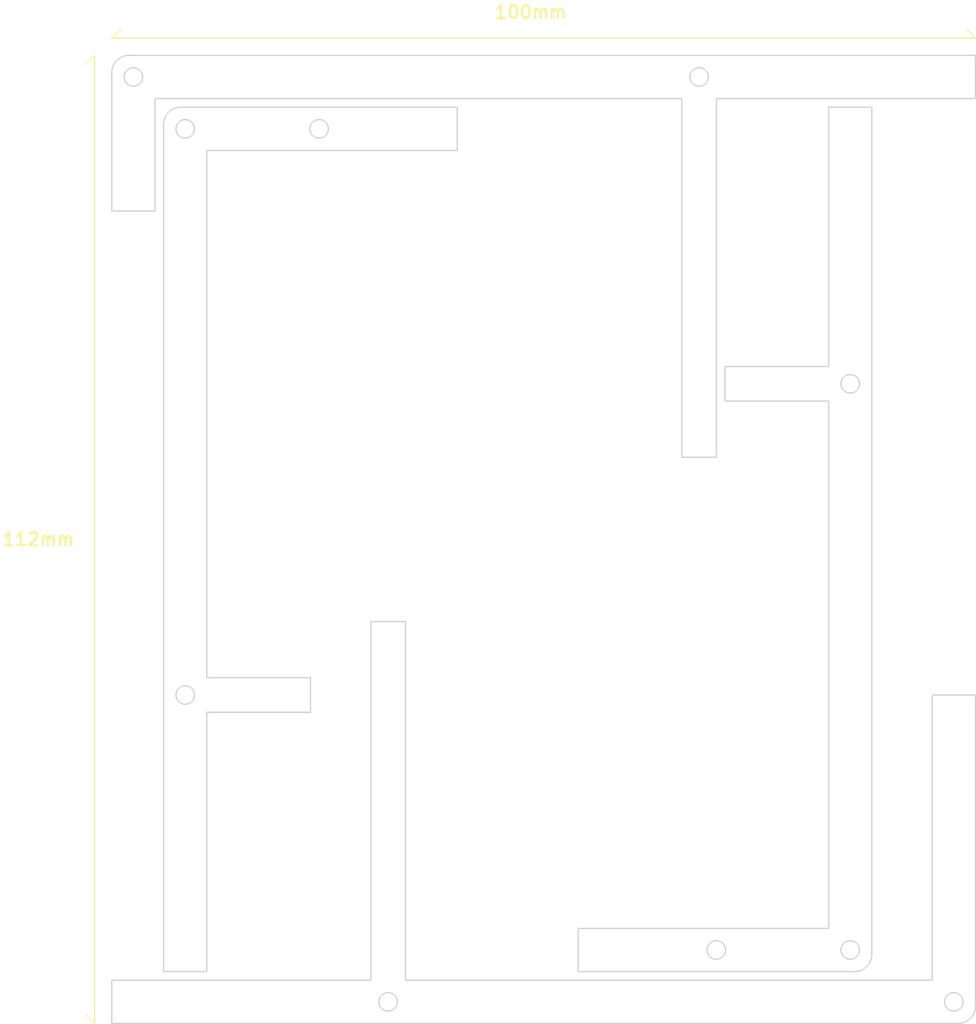
<source format=kicad_pcb>
(kicad_pcb (version 20171130) (host pcbnew "(5.0.2)-1")

  (general
    (thickness 1.6)
    (drawings 52)
    (tracks 0)
    (zones 0)
    (modules 10)
    (nets 1)
  )

  (page A4)
  (title_block
    (title "Ukiha Keyboard")
    (rev 2)
    (company @e3w2q)
  )

  (layers
    (0 F.Cu signal)
    (31 B.Cu signal)
    (32 B.Adhes user hide)
    (33 F.Adhes user)
    (34 B.Paste user)
    (35 F.Paste user)
    (36 B.SilkS user)
    (37 F.SilkS user)
    (38 B.Mask user hide)
    (39 F.Mask user hide)
    (40 Dwgs.User user hide)
    (41 Cmts.User user)
    (42 Eco1.User user)
    (43 Eco2.User user)
    (44 Edge.Cuts user)
    (45 Margin user)
    (46 B.CrtYd user hide)
    (47 F.CrtYd user)
    (48 B.Fab user)
    (49 F.Fab user)
  )

  (setup
    (last_trace_width 0.25)
    (trace_clearance 0.2)
    (zone_clearance 0.3)
    (zone_45_only no)
    (trace_min 0.2)
    (segment_width 0.15)
    (edge_width 0.15)
    (via_size 0.8)
    (via_drill 0.4)
    (via_min_size 0.6)
    (via_min_drill 0.3)
    (uvia_size 0.3)
    (uvia_drill 0.1)
    (uvias_allowed no)
    (uvia_min_size 0.2)
    (uvia_min_drill 0.1)
    (pcb_text_width 0.3)
    (pcb_text_size 1.5 1.5)
    (mod_edge_width 0.15)
    (mod_text_size 1 1)
    (mod_text_width 0.15)
    (pad_size 2 1.2)
    (pad_drill 1.2)
    (pad_to_mask_clearance 0.2)
    (solder_mask_min_width 0.25)
    (aux_axis_origin 27.102501 36.80625)
    (grid_origin 27.102501 36.80625)
    (visible_elements 7FFFFFEF)
    (pcbplotparams
      (layerselection 0x01020_7ffffffe)
      (usegerberextensions false)
      (usegerberattributes false)
      (usegerberadvancedattributes false)
      (creategerberjobfile false)
      (excludeedgelayer true)
      (linewidth 0.100000)
      (plotframeref false)
      (viasonmask false)
      (mode 1)
      (useauxorigin false)
      (hpglpennumber 1)
      (hpglpenspeed 20)
      (hpglpendiameter 15.000000)
      (psnegative false)
      (psa4output false)
      (plotreference true)
      (plotvalue true)
      (plotinvisibletext false)
      (padsonsilk false)
      (subtractmaskfromsilk true)
      (outputformat 4)
      (mirror false)
      (drillshape 0)
      (scaleselection 1)
      (outputdirectory "../ukiha-gerber/"))
  )

  (net 0 "")

  (net_class Default "This is the default net class."
    (clearance 0.2)
    (trace_width 0.25)
    (via_dia 0.8)
    (via_drill 0.4)
    (uvia_dia 0.3)
    (uvia_drill 0.1)
  )

  (net_class PWR ""
    (clearance 0.2)
    (trace_width 0.5)
    (via_dia 0.8)
    (via_drill 0.4)
    (uvia_dia 0.6)
    (uvia_drill 0.2)
  )

  (net_class VCC ""
    (clearance 0.2)
    (trace_width 0.5)
    (via_dia 0.8)
    (via_drill 0.4)
    (uvia_dia 0.3)
    (uvia_drill 0.1)
  )

  (module "#footprint:M2_Hole_Edge.Cuts" (layer F.Cu) (tedit 5E64FB56) (tstamp 5F93FECD)
    (at 124.602501 146.30625 180)
    (descr "Resitance 3 pas")
    (tags R)
    (autoplace_cost180 10)
    (fp_text reference "" (at 0 1.651 180) (layer F.Fab) hide
      (effects (font (size 0.8128 0.8128) (thickness 0.15)))
    )
    (fp_text value "" (at 0 -1.4605 180) (layer F.Fab) hide
      (effects (font (size 0.5 0.5) (thickness 0.125)))
    )
    (fp_circle (center 0 0) (end 1.07 0) (layer Edge.Cuts) (width 0.15))
  )

  (module "#footprint:M2_Hole_Edge.Cuts" (layer F.Cu) (tedit 5E64FB56) (tstamp 5F93FEC5)
    (at 59.102501 146.30625 180)
    (descr "Resitance 3 pas")
    (tags R)
    (autoplace_cost180 10)
    (fp_text reference "" (at 0 1.651 180) (layer F.Fab) hide
      (effects (font (size 0.8128 0.8128) (thickness 0.15)))
    )
    (fp_text value "" (at 0 -1.4605 180) (layer F.Fab) hide
      (effects (font (size 0.5 0.5) (thickness 0.125)))
    )
    (fp_circle (center 0 0) (end 1.07 0) (layer Edge.Cuts) (width 0.15))
  )

  (module "#footprint:M2_Hole_Edge.Cuts" (layer F.Cu) (tedit 5E64FB56) (tstamp 5F93FE0A)
    (at 112.602501 140.30625 90)
    (descr "Resitance 3 pas")
    (tags R)
    (autoplace_cost180 10)
    (fp_text reference "" (at 0 1.651 90) (layer F.Fab) hide
      (effects (font (size 0.8128 0.8128) (thickness 0.15)))
    )
    (fp_text value "" (at 0 -1.4605 90) (layer F.Fab) hide
      (effects (font (size 0.5 0.5) (thickness 0.125)))
    )
    (fp_circle (center 0 0) (end 1.07 0) (layer Edge.Cuts) (width 0.15))
  )

  (module "#footprint:M2_Hole_Edge.Cuts" (layer F.Cu) (tedit 5E64FB56) (tstamp 5F93FE06)
    (at 97.102501 140.30625 90)
    (descr "Resitance 3 pas")
    (tags R)
    (autoplace_cost180 10)
    (fp_text reference "" (at 0 1.651 90) (layer F.Fab) hide
      (effects (font (size 0.8128 0.8128) (thickness 0.15)))
    )
    (fp_text value "" (at 0 -1.4605 90) (layer F.Fab) hide
      (effects (font (size 0.5 0.5) (thickness 0.125)))
    )
    (fp_circle (center 0 0) (end 1.07 0) (layer Edge.Cuts) (width 0.15))
  )

  (module "#footprint:M2_Hole_Edge.Cuts" (layer F.Cu) (tedit 5E64FB56) (tstamp 5F93FDFE)
    (at 112.602501 74.80625 90)
    (descr "Resitance 3 pas")
    (tags R)
    (autoplace_cost180 10)
    (fp_text reference "" (at 0 1.651 90) (layer F.Fab) hide
      (effects (font (size 0.8128 0.8128) (thickness 0.15)))
    )
    (fp_text value "" (at 0 -1.4605 90) (layer F.Fab) hide
      (effects (font (size 0.5 0.5) (thickness 0.125)))
    )
    (fp_circle (center 0 0) (end 1.07 0) (layer Edge.Cuts) (width 0.15))
  )

  (module "#footprint:M2_Hole_Edge.Cuts" (layer F.Cu) (tedit 5E64FB56) (tstamp 5F8737BE)
    (at 29.602501 39.30625)
    (descr "Resitance 3 pas")
    (tags R)
    (autoplace_cost180 10)
    (fp_text reference "" (at 0 1.651) (layer F.Fab) hide
      (effects (font (size 0.8128 0.8128) (thickness 0.15)))
    )
    (fp_text value "" (at 0 -1.4605) (layer F.Fab) hide
      (effects (font (size 0.5 0.5) (thickness 0.125)))
    )
    (fp_circle (center 0 0) (end 1.07 0) (layer Edge.Cuts) (width 0.15))
  )

  (module "#footprint:M2_Hole_Edge.Cuts" (layer F.Cu) (tedit 5E64FB56) (tstamp 5F8737BA)
    (at 95.102501 39.30625)
    (descr "Resitance 3 pas")
    (tags R)
    (autoplace_cost180 10)
    (fp_text reference "" (at 0 1.651) (layer F.Fab) hide
      (effects (font (size 0.8128 0.8128) (thickness 0.15)))
    )
    (fp_text value "" (at 0 -1.4605) (layer F.Fab) hide
      (effects (font (size 0.5 0.5) (thickness 0.125)))
    )
    (fp_circle (center 0 0) (end 1.07 0) (layer Edge.Cuts) (width 0.15))
  )

  (module "#footprint:M2_Hole_Edge.Cuts" (layer F.Cu) (tedit 5E64FB56) (tstamp 5F87374A)
    (at 35.602501 110.80625 270)
    (descr "Resitance 3 pas")
    (tags R)
    (autoplace_cost180 10)
    (fp_text reference "" (at 0 1.651 270) (layer F.Fab) hide
      (effects (font (size 0.8128 0.8128) (thickness 0.15)))
    )
    (fp_text value "" (at 0 -1.4605 270) (layer F.Fab) hide
      (effects (font (size 0.5 0.5) (thickness 0.125)))
    )
    (fp_circle (center 0 0) (end 1.07 0) (layer Edge.Cuts) (width 0.15))
  )

  (module "#footprint:M2_Hole_Edge.Cuts" (layer F.Cu) (tedit 5E64FB56) (tstamp 5F873746)
    (at 51.102501 45.30625 270)
    (descr "Resitance 3 pas")
    (tags R)
    (autoplace_cost180 10)
    (fp_text reference "" (at 0 1.651 270) (layer F.Fab) hide
      (effects (font (size 0.8128 0.8128) (thickness 0.15)))
    )
    (fp_text value "" (at 0 -1.4605 270) (layer F.Fab) hide
      (effects (font (size 0.5 0.5) (thickness 0.125)))
    )
    (fp_circle (center 0 0) (end 1.07 0) (layer Edge.Cuts) (width 0.15))
  )

  (module "#footprint:M2_Hole_Edge.Cuts" (layer F.Cu) (tedit 5E64FB56) (tstamp 5F873742)
    (at 35.602501 45.30625 270)
    (descr "Resitance 3 pas")
    (tags R)
    (autoplace_cost180 10)
    (fp_text reference "" (at 0 1.651 270) (layer F.Fab) hide
      (effects (font (size 0.8128 0.8128) (thickness 0.15)))
    )
    (fp_text value "" (at 0 -1.4605 270) (layer F.Fab) hide
      (effects (font (size 0.5 0.5) (thickness 0.125)))
    )
    (fp_circle (center 0 0) (end 1.07 0) (layer Edge.Cuts) (width 0.15))
  )

  (gr_text 112mm (at 18.602501 92.80625) (layer F.SilkS)
    (effects (font (size 1.5 1.5) (thickness 0.3)))
  )
  (gr_text 100mm (at 75.602501 31.80625) (layer F.SilkS)
    (effects (font (size 1.5 1.5) (thickness 0.3)))
  )
  (gr_line (start 27.102501 34.80625) (end 28.102501 33.80625) (layer F.SilkS) (width 0.15))
  (gr_line (start 25.102501 36.80625) (end 24.102501 37.80625) (layer F.SilkS) (width 0.15))
  (gr_line (start 25.102501 148.80625) (end 24.102501 147.80625) (layer F.SilkS) (width 0.15))
  (gr_line (start 25.102501 36.80625) (end 25.102501 148.80625) (layer F.SilkS) (width 0.15))
  (gr_line (start 127.102501 34.80625) (end 126.102501 33.80625) (layer F.SilkS) (width 0.15))
  (gr_line (start 27.102501 34.80625) (end 127.102501 34.80625) (layer F.SilkS) (width 0.15))
  (gr_line (start 125.102501 148.80625) (end 27.102501 148.80625) (layer Edge.Cuts) (width 0.15) (tstamp 5F93FEDE))
  (gr_arc (start 125.102501 146.80625) (end 125.102501 148.80625) (angle -90) (layer Edge.Cuts) (width 0.15) (tstamp 5F93FEDD))
  (gr_line (start 127.102501 146.80625) (end 127.102501 110.80625) (layer Edge.Cuts) (width 0.15) (tstamp 5F93FEDC))
  (gr_line (start 61.102501 102.30625) (end 61.102501 143.80625) (layer Edge.Cuts) (width 0.15) (tstamp 5F93FEDB))
  (gr_line (start 127.102501 110.80625) (end 122.102501 110.80625) (layer Edge.Cuts) (width 0.15) (tstamp 5F93FED9))
  (gr_line (start 122.102501 143.80625) (end 122.102501 110.80625) (layer Edge.Cuts) (width 0.15) (tstamp 5F93FED8))
  (gr_line (start 27.102501 143.80625) (end 27.102501 148.80625) (layer Edge.Cuts) (width 0.15) (tstamp 5F93FED6))
  (gr_line (start 27.102501 143.80625) (end 57.102501 143.80625) (layer Edge.Cuts) (width 0.15) (tstamp 5F93FED5))
  (gr_line (start 61.102501 143.80625) (end 122.102501 143.80625) (layer Edge.Cuts) (width 0.15) (tstamp 5F93FED3))
  (gr_line (start 57.102501 143.80625) (end 57.102501 102.30625) (layer Edge.Cuts) (width 0.15) (tstamp 5F93FED2))
  (gr_line (start 57.102501 102.30625) (end 61.102501 102.30625) (layer Edge.Cuts) (width 0.15) (tstamp 5F93FEC4))
  (gr_line (start 110.102501 72.80625) (end 110.102501 42.80625) (layer Edge.Cuts) (width 0.15) (tstamp 5F93FE14))
  (gr_arc (start 113.102501 140.80625) (end 113.102501 142.80625) (angle -90) (layer Edge.Cuts) (width 0.15) (tstamp 5F93FE13))
  (gr_line (start 81.102501 142.80625) (end 81.102501 137.80625) (layer Edge.Cuts) (width 0.15) (tstamp 5F93FE12))
  (gr_line (start 113.102501 142.80625) (end 81.102501 142.80625) (layer Edge.Cuts) (width 0.15) (tstamp 5F93FE11))
  (gr_line (start 110.102501 42.80625) (end 115.102501 42.80625) (layer Edge.Cuts) (width 0.15) (tstamp 5F93FE10))
  (gr_line (start 81.102501 137.80625) (end 110.102501 137.80625) (layer Edge.Cuts) (width 0.15) (tstamp 5F93FE0F))
  (gr_line (start 110.102501 76.80625) (end 98.102501 76.80625) (layer Edge.Cuts) (width 0.15) (tstamp 5F93FE0E))
  (gr_line (start 98.102501 76.80625) (end 98.102501 72.80625) (layer Edge.Cuts) (width 0.15) (tstamp 5F93FE05))
  (gr_line (start 115.102501 42.80625) (end 115.102501 140.80625) (layer Edge.Cuts) (width 0.15) (tstamp 5F93FE04))
  (gr_line (start 98.102501 72.80625) (end 110.102501 72.80625) (layer Edge.Cuts) (width 0.15) (tstamp 5F93FE03))
  (gr_line (start 110.102501 137.80625) (end 110.102501 76.80625) (layer Edge.Cuts) (width 0.15) (tstamp 5F93FE02))
  (gr_line (start 97.102501 83.30625) (end 93.102501 83.30625) (layer Edge.Cuts) (width 0.15) (tstamp 5F8738E6))
  (gr_line (start 32.102501 41.80625) (end 32.102501 54.80625) (layer Edge.Cuts) (width 0.15))
  (gr_line (start 27.102501 38.80625) (end 27.102501 54.80625) (layer Edge.Cuts) (width 0.15))
  (gr_line (start 93.102501 41.80625) (end 32.102501 41.80625) (layer Edge.Cuts) (width 0.15) (tstamp 5F8737CC))
  (gr_line (start 32.102501 54.80625) (end 27.102501 54.80625) (layer Edge.Cuts) (width 0.15) (tstamp 5F8737CA))
  (gr_line (start 97.102501 41.80625) (end 97.102501 83.30625) (layer Edge.Cuts) (width 0.15) (tstamp 5F8737C9))
  (gr_line (start 127.102501 41.80625) (end 127.102501 36.80625) (layer Edge.Cuts) (width 0.15) (tstamp 5F8737C8))
  (gr_line (start 127.102501 41.80625) (end 97.102501 41.80625) (layer Edge.Cuts) (width 0.15) (tstamp 5F8737C7))
  (gr_line (start 93.102501 83.30625) (end 93.102501 41.80625) (layer Edge.Cuts) (width 0.15) (tstamp 5F8737C5))
  (gr_arc (start 29.102501 38.80625) (end 29.102501 36.80625) (angle -90) (layer Edge.Cuts) (width 0.15) (tstamp 5F8737C4))
  (gr_line (start 29.102501 36.80625) (end 127.102501 36.80625) (layer Edge.Cuts) (width 0.15) (tstamp 5F8737C2))
  (gr_line (start 35.102501 42.80625) (end 67.102501 42.80625) (layer Edge.Cuts) (width 0.15))
  (gr_arc (start 35.102501 44.80625) (end 35.102501 42.80625) (angle -90) (layer Edge.Cuts) (width 0.15) (tstamp 5F873758))
  (gr_line (start 33.102501 142.80625) (end 33.102501 44.80625) (layer Edge.Cuts) (width 0.15) (tstamp 5F873757))
  (gr_line (start 50.102501 112.80625) (end 38.102501 112.80625) (layer Edge.Cuts) (width 0.15) (tstamp 5F873756))
  (gr_line (start 50.102501 108.80625) (end 50.102501 112.80625) (layer Edge.Cuts) (width 0.15) (tstamp 5F873755))
  (gr_line (start 38.102501 142.80625) (end 33.102501 142.80625) (layer Edge.Cuts) (width 0.15) (tstamp 5F873754))
  (gr_line (start 38.102501 112.80625) (end 38.102501 142.80625) (layer Edge.Cuts) (width 0.15) (tstamp 5F873753))
  (gr_line (start 38.102501 108.80625) (end 50.102501 108.80625) (layer Edge.Cuts) (width 0.15) (tstamp 5F873752))
  (gr_line (start 67.102501 42.80625) (end 67.102501 47.80625) (layer Edge.Cuts) (width 0.15) (tstamp 5F873751))
  (gr_line (start 67.102501 47.80625) (end 38.102501 47.80625) (layer Edge.Cuts) (width 0.15) (tstamp 5F87374F))
  (gr_line (start 38.102501 47.80625) (end 38.102501 108.80625) (layer Edge.Cuts) (width 0.15) (tstamp 5F87374E))

)

</source>
